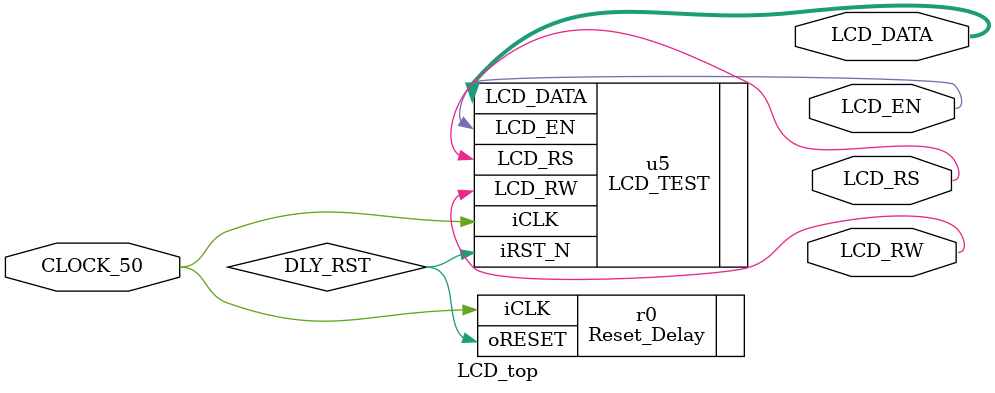
<source format=v>
/* Descrição:
Circuito controlador do display LCD. PinPlanner:
CLOCK_50 - PIN_23	
LCD_DATA[7] - PIN_49
LCD_DATA[6] - PIN_46
LCD_DATA[5] - PIN_44
LCD_DATA[4] - PIN_43
LCD_DATA[3] - PIN_42
LCD_DATA[2] - PIN_39
LCD_DATA[1] - PIN_38
LCD_DATA[0] - PIN_34
LCD_EN - PIN_33	
LCD_RS - PIN_31	
LCD_RW - PIN_32	
*/

module LCD_top
(
	input CLOCK_50,  //50 MHz
	output LCD_RW,   //LCD Read/Write Select, 0 = Write, 1 = Read
	output LCD_EN,   //LCD Enable
	output LCD_RS,   //LCD Command/Data Select, 0 = Command, 1 = Data
	output [7:0] LCD_DATA //LCD Data bus 8 bits
);

wire DLY_RST; // fio para conectar a saída do módulo Reset_Delay

// instância do clock_divider
Reset_Delay r0
(
	.iCLK(CLOCK_50),
	.oRESET(DLY_RST)
);

// instância do LCD_test
LCD_TEST u5
(	
	.iCLK(CLOCK_50),
   .iRST_N(DLY_RST),
   .LCD_DATA(LCD_DATA),
   .LCD_RW(LCD_RW),
   .LCD_EN(LCD_EN),
   .LCD_RS(LCD_RS)   
);

endmodule


</source>
